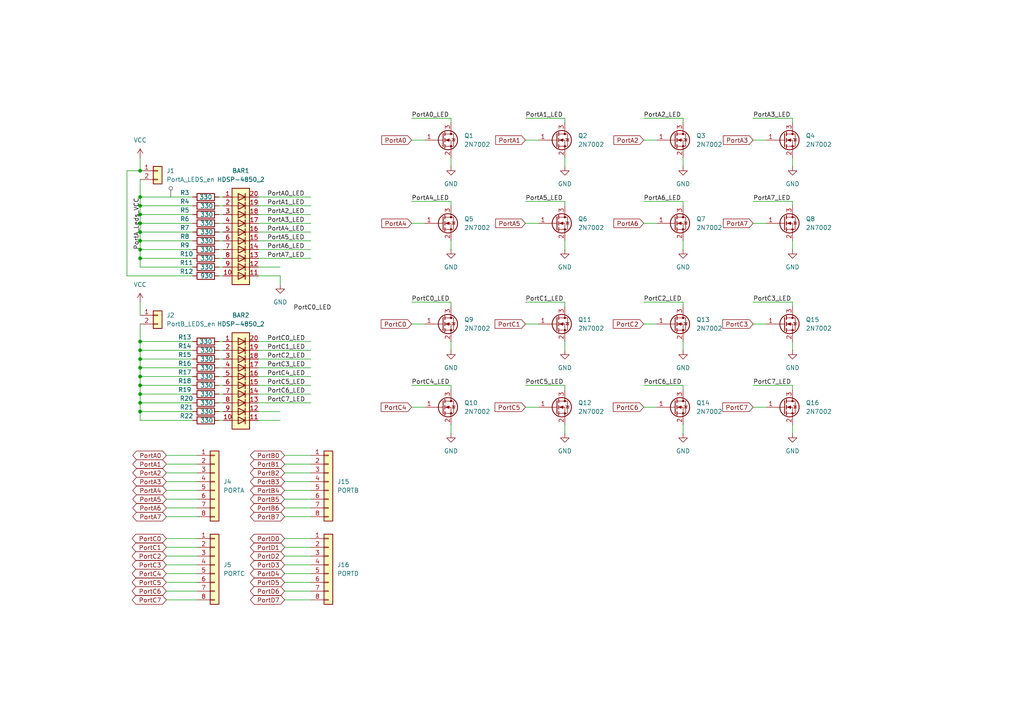
<source format=kicad_sch>
(kicad_sch (version 20231120) (generator "eeschema") (generator_version "8.0")
  (paper "A4")
  (lib_symbols
    (symbol "Connector_Generic:Conn_01x02" (pin_names (offset 1.016) hide)
      (property "Reference" "J" (at 0 2.54 0))
      (property "Value" "Conn_01x02" (at 0 -5.08 0))
      (symbol "Conn_01x02_1_1"
        (rectangle (start -1.27 -2.413) (end 0 -2.667) (stroke (width 0.1524)))
        (rectangle (start -1.27 0.127) (end 0 -0.127) (stroke (width 0.1524)))
        (rectangle (start -1.27 1.27) (end 1.27 -3.81) (stroke (width 0.254)) (fill (type background)))
        (pin passive line (at -5.08 0 0) (length 3.81) (name "Pin_1") (number "1"))
        (pin passive line (at -5.08 -2.54 0) (length 3.81) (name "Pin_2") (number "2"))
      )
    )
    (symbol "Connector_Generic:Conn_01x08" (pin_names (offset 1.016) hide)
      (property "Reference" "J" (at 0 10.16 0))
      (property "Value" "Conn_01x08" (at 0 -12.7 0))
      (symbol "Conn_01x08_1_1"
        (rectangle (start -1.27 -10.033) (end 0 -10.287) (stroke (width 0.1524)))
        (rectangle (start -1.27 -7.493) (end 0 -7.747) (stroke (width 0.1524)))
        (rectangle (start -1.27 -4.953) (end 0 -5.207) (stroke (width 0.1524)))
        (rectangle (start -1.27 -2.413) (end 0 -2.667) (stroke (width 0.1524)))
        (rectangle (start -1.27 0.127) (end 0 -0.127) (stroke (width 0.1524)))
        (rectangle (start -1.27 2.667) (end 0 2.413) (stroke (width 0.1524)))
        (rectangle (start -1.27 5.207) (end 0 4.953) (stroke (width 0.1524)))
        (rectangle (start -1.27 7.747) (end 0 7.493) (stroke (width 0.1524)))
        (rectangle (start -1.27 8.89) (end 1.27 -11.43) (stroke (width 0.254)) (fill (type background)))
        (pin passive line (at -5.08 7.62 0) (length 3.81) (name "Pin_1") (number "1"))
        (pin passive line (at -5.08 5.08 0) (length 3.81) (name "Pin_2") (number "2"))
        (pin passive line (at -5.08 2.54 0) (length 3.81) (name "Pin_3") (number "3"))
        (pin passive line (at -5.08 0 0) (length 3.81) (name "Pin_4") (number "4"))
        (pin passive line (at -5.08 -2.54 0) (length 3.81) (name "Pin_5") (number "5"))
        (pin passive line (at -5.08 -5.08 0) (length 3.81) (name "Pin_6") (number "6"))
        (pin passive line (at -5.08 -7.62 0) (length 3.81) (name "Pin_7") (number "7"))
        (pin passive line (at -5.08 -10.16 0) (length 3.81) (name "Pin_8") (number "8"))
      )
    )
    (symbol "Device:R" (pin_numbers hide) (pin_names (offset 0))
      (property "Reference" "R" (at 2.032 0 90))
      (property "Value" "R" (at 0 0 90))
      (symbol "R_0_1"
        (rectangle (start -1.016 -2.54) (end 1.016 2.54) (stroke (width 0.254)))
      )
      (symbol "R_1_1"
        (pin passive line (at 0 3.81 270) (length 1.27) (name "~") (number "1"))
        (pin passive line (at 0 -3.81 90) (length 1.27) (name "~") (number "2"))
      )
    )
    (symbol "LED:HDSP-4850_2" (pin_names (offset 1.016) hide)
      (property "Reference" "BAR" (at 0 15.24 0))
      (property "Value" "HDSP-4850_2" (at 0 -17.78 0))
      (symbol "HDSP-4850_2_0_1"
        (rectangle (start -2.54 12.7) (end 2.54 -15.24) (stroke (width 0.254)) (fill (type background)))
        (polyline (pts (xy -2.54 -12.7) (xy 2.54 -12.7)))
        (polyline (pts (xy -2.54 -10.16) (xy 2.54 -10.16)))
        (polyline (pts (xy -2.54 -7.62) (xy 2.54 -7.62)))
        (polyline (pts (xy -2.54 -5.08) (xy 2.54 -5.08)))
        (polyline (pts (xy -2.54 0) (xy 2.54 0)))
        (polyline (pts (xy -2.54 5.08) (xy 2.54 5.08)))
        (polyline (pts (xy -2.54 7.62) (xy 2.54 7.62)))
        (polyline (pts (xy -2.54 10.16) (xy 2.54 10.16)))
        (polyline (pts (xy 1.27 -11.684) (xy 1.27 -13.716)) (stroke (width 0.254)))
        (polyline (pts (xy 1.27 -9.144) (xy 1.27 -11.176)) (stroke (width 0.254)))
        (polyline (pts (xy 1.27 -6.604) (xy 1.27 -8.636)) (stroke (width 0.254)))
        (polyline (pts (xy 1.27 -4.064) (xy 1.27 -6.096)) (stroke (width 0.254)))
        (polyline (pts (xy 1.27 -1.524) (xy 1.27 -3.556)) (stroke (width 0.254)))
        (polyline (pts (xy 1.27 1.016) (xy 1.27 -1.016)) (stroke (width 0.254)))
        (polyline (pts (xy 1.27 3.556) (xy 1.27 1.524)) (stroke (width 0.254)))
        (polyline (pts (xy 1.27 6.096) (xy 1.27 4.064)) (stroke (width 0.254)))
        (polyline (pts (xy 1.27 8.636) (xy 1.27 6.604)) (stroke (width 0.254)))
        (polyline (pts (xy 1.27 11.176) (xy 1.27 9.144)) (stroke (width 0.254)))
        (polyline (pts (xy 2.54 -2.54) (xy -2.54 -2.54)))
        (polyline (pts (xy 2.54 2.54) (xy -2.54 2.54)))
        (polyline (pts (xy -0.762 -11.684) (xy -0.762 -13.716) (xy 1.27 -12.7) (xy -0.762 -11.684)) (stroke (width 0.254)))
        (polyline (pts (xy -0.762 -9.144) (xy -0.762 -11.176) (xy 1.27 -10.16) (xy -0.762 -9.144)) (stroke (width 0.254)))
        (polyline (pts (xy -0.762 -6.604) (xy -0.762 -8.636) (xy 1.27 -7.62) (xy -0.762 -6.604)) (stroke (width 0.254)))
        (polyline (pts (xy -0.762 -4.064) (xy -0.762 -6.096) (xy 1.27 -5.08) (xy -0.762 -4.064)) (stroke (width 0.254)))
        (polyline (pts (xy -0.762 -1.524) (xy -0.762 -3.556) (xy 1.27 -2.54) (xy -0.762 -1.524)) (stroke (width 0.254)))
        (polyline (pts (xy -0.762 1.016) (xy -0.762 -1.016) (xy 1.27 0) (xy -0.762 1.016)) (stroke (width 0.254)))
        (polyline (pts (xy -0.762 3.556) (xy -0.762 1.524) (xy 1.27 2.54) (xy -0.762 3.556)) (stroke (width 0.254)))
        (polyline (pts (xy -0.762 6.096) (xy -0.762 4.064) (xy 1.27 5.08) (xy -0.762 6.096)) (stroke (width 0.254)))
        (polyline (pts (xy -0.762 8.636) (xy -0.762 6.604) (xy 1.27 7.62) (xy -0.762 8.636)) (stroke (width 0.254)))
        (polyline (pts (xy -0.762 11.176) (xy -0.762 9.144) (xy 1.27 10.16) (xy -0.762 11.176)) (stroke (width 0.254)))
      )
      (symbol "HDSP-4850_2_1_1"
        (pin passive line (at -5.08 10.16 0) (length 2.54) (name "A") (number "1"))
        (pin passive line (at -5.08 -12.7 0) (length 2.54) (name "A") (number "10"))
        (pin passive line (at 5.08 -12.7 180) (length 2.54) (name "K") (number "11"))
        (pin passive line (at 5.08 -10.16 180) (length 2.54) (name "K") (number "12"))
        (pin passive line (at 5.08 -7.62 180) (length 2.54) (name "K") (number "13"))
        (pin passive line (at 5.08 -5.08 180) (length 2.54) (name "K") (number "14"))
        (pin passive line (at 5.08 -2.54 180) (length 2.54) (name "K") (number "15"))
        (pin passive line (at 5.08 0 180) (length 2.54) (name "K") (number "16"))
        (pin passive line (at 5.08 2.54 180) (length 2.54) (name "K") (number "17"))
        (pin passive line (at 5.08 5.08 180) (length 2.54) (name "K") (number "18"))
        (pin passive line (at 5.08 7.62 180) (length 2.54) (name "K") (number "19"))
        (pin passive line (at -5.08 7.62 0) (length 2.54) (name "A") (number "2"))
        (pin passive line (at 5.08 10.16 180) (length 2.54) (name "K") (number "20"))
        (pin passive line (at -5.08 5.08 0) (length 2.54) (name "A") (number "3"))
        (pin passive line (at -5.08 2.54 0) (length 2.54) (name "A") (number "4"))
        (pin passive line (at -5.08 0 0) (length 2.54) (name "A") (number "5"))
        (pin passive line (at -5.08 -2.54 0) (length 2.54) (name "A") (number "6"))
        (pin passive line (at -5.08 -5.08 0) (length 2.54) (name "A") (number "7"))
        (pin passive line (at -5.08 -7.62 0) (length 2.54) (name "A") (number "8"))
        (pin passive line (at -5.08 -10.16 0) (length 2.54) (name "A") (number "9"))
      )
    )
    (symbol "Transistor_FET:2N7002" (pin_names hide)
      (property "Reference" "Q" (at 5.08 1.905 0))
      (property "Value" "2N7002" (at 5.08 0 0))
      (symbol "2N7002_0_1"
        (polyline (pts (xy 0.254 0) (xy -2.54 0)))
        (polyline (pts (xy 0.254 1.905) (xy 0.254 -1.905)) (stroke (width 0.254)))
        (polyline (pts (xy 0.762 -1.27) (xy 0.762 -2.286)) (stroke (width 0.254)))
        (polyline (pts (xy 0.762 0.508) (xy 0.762 -0.508)) (stroke (width 0.254)))
        (polyline (pts (xy 0.762 2.286) (xy 0.762 1.27)) (stroke (width 0.254)))
        (polyline (pts (xy 2.54 2.54) (xy 2.54 1.778)))
        (polyline (pts (xy 2.54 -2.54) (xy 2.54 0) (xy 0.762 0)))
        (polyline (pts (xy 0.762 -1.778) (xy 3.302 -1.778) (xy 3.302 1.778) (xy 0.762 1.778)))
        (polyline (pts (xy 1.016 0) (xy 2.032 0.381) (xy 2.032 -0.381) (xy 1.016 0)) (fill (type outline)))
        (polyline (pts (xy 2.794 0.508) (xy 2.921 0.381) (xy 3.683 0.381) (xy 3.81 0.254)))
        (polyline (pts (xy 3.302 0.381) (xy 2.921 -0.254) (xy 3.683 -0.254) (xy 3.302 0.381)))
        (circle (center 1.651 0) (radius 2.794) (stroke (width 0.254)))
        (circle (center 2.54 -1.778) (radius 0.254) (fill (type outline)))
        (circle (center 2.54 1.778) (radius 0.254) (fill (type outline)))
      )
      (symbol "2N7002_1_1"
        (pin input line (at -5.08 0 0) (length 2.54) (name "G") (number "1"))
        (pin passive line (at 2.54 -5.08 90) (length 2.54) (name "S") (number "2"))
        (pin passive line (at 2.54 5.08 270) (length 2.54) (name "D") (number "3"))
      )
    )
    (symbol "power:GND" (power) (pin_numbers hide) (pin_names (offset 0) hide)
      (property "Value" "GND" (at 0 -3.81 0))
      (symbol "GND_0_1"
        (polyline (pts (xy 0 0) (xy 0 -1.27) (xy 1.27 -1.27) (xy 0 -2.54) (xy -1.27 -1.27) (xy 0 -1.27)))
      )
      (symbol "GND_1_1"
        (pin power_in line (at 0 0 270) (length 0) (name "~") (number "1"))
      )
    )
    (symbol "power:VCC" (power) (pin_numbers hide) (pin_names (offset 0) hide)
      (property "Value" "VCC" (at 0 3.556 0))
      (symbol "VCC_0_1"
        (polyline (pts (xy -0.762 1.27) (xy 0 2.54)))
        (polyline (pts (xy 0 0) (xy 0 2.54)))
        (polyline (pts (xy 0 2.54) (xy 0.762 1.27)))
      )
      (symbol "VCC_1_1"
        (pin power_in line (at 0 0 90) (length 0) (name "~") (number "1"))
      )
    )
  )
  (junction (at 40.64 72.39))
  (junction (at 40.64 74.93))
  (junction (at 40.64 101.6))
  (junction (at 40.64 119.38))
  (junction (at 40.64 69.85))
  (junction (at 40.64 49.53))
  (junction (at 40.64 114.3))
  (junction (at 40.64 111.76))
  (junction (at 40.64 62.23))
  (junction (at 40.64 104.14))
  (junction (at 40.64 109.22))
  (junction (at 40.64 106.68))
  (junction (at 40.64 116.84))
  (junction (at 40.64 64.77))
  (junction (at 40.64 67.31))
  (junction (at 40.64 59.69))
  (junction (at 40.64 99.06))
  (junction (at 40.64 57.15))
  (wire (pts (xy 40.64 74.93) (xy 40.64 77.47)))
  (wire (pts (xy 40.64 106.68) (xy 40.64 109.22)))
  (wire (pts (xy 74.93 121.92) (xy 81.28 121.92)))
  (wire (pts (xy 40.64 101.6) (xy 55.88 101.6)))
  (wire (pts (xy 40.64 72.39) (xy 55.88 72.39)))
  (wire (pts (xy 152.4 93.98) (xy 156.21 93.98)))
  (wire (pts (xy 163.83 99.06) (xy 163.83 101.6)))
  (wire (pts (xy 130.81 45.72) (xy 130.81 48.26)))
  (wire (pts (xy 119.38 64.77) (xy 123.19 64.77)))
  (wire (pts (xy 74.93 119.38) (xy 81.28 119.38)))
  (wire (pts (xy 74.93 72.39) (xy 90.17 72.39)))
  (wire (pts (xy 40.64 111.76) (xy 55.88 111.76)))
  (wire (pts (xy 74.93 64.77) (xy 90.17 64.77)))
  (wire (pts (xy 63.5 57.15) (xy 64.77 57.15)))
  (wire (pts (xy 218.44 93.98) (xy 222.25 93.98)))
  (wire (pts (xy 163.83 59.69) (xy 163.83 58.42)))
  (wire (pts (xy 218.44 118.11) (xy 222.25 118.11)))
  (wire (pts (xy 40.64 114.3) (xy 40.64 116.84)))
  (wire (pts (xy 40.64 62.23) (xy 40.64 64.77)))
  (wire (pts (xy 48.26 166.37) (xy 57.15 166.37)))
  (wire (pts (xy 82.55 173.99) (xy 90.17 173.99)))
  (wire (pts (xy 130.81 123.19) (xy 130.81 125.73)))
  (wire (pts (xy 82.55 166.37) (xy 90.17 166.37)))
  (wire (pts (xy 36.83 49.53) (xy 40.64 49.53)))
  (wire (pts (xy 119.38 87.63) (xy 130.81 87.63)))
  (wire (pts (xy 48.26 134.62) (xy 57.15 134.62)))
  (wire (pts (xy 82.55 156.21) (xy 90.17 156.21)))
  (wire (pts (xy 40.64 69.85) (xy 40.64 72.39)))
  (wire (pts (xy 40.64 116.84) (xy 40.64 119.38)))
  (wire (pts (xy 152.4 40.64) (xy 156.21 40.64)))
  (wire (pts (xy 48.26 156.21) (xy 57.15 156.21)))
  (wire (pts (xy 40.64 104.14) (xy 55.88 104.14)))
  (wire (pts (xy 48.26 139.7) (xy 57.15 139.7)))
  (wire (pts (xy 119.38 111.76) (xy 130.81 111.76)))
  (wire (pts (xy 186.69 40.64) (xy 190.5 40.64)))
  (wire (pts (xy 186.69 87.63) (xy 198.12 87.63)))
  (wire (pts (xy 40.64 45.72) (xy 40.64 49.53)))
  (wire (pts (xy 82.55 171.45) (xy 90.17 171.45)))
  (wire (pts (xy 40.64 106.68) (xy 55.88 106.68)))
  (wire (pts (xy 40.64 74.93) (xy 55.88 74.93)))
  (wire (pts (xy 82.55 139.7) (xy 90.17 139.7)))
  (wire (pts (xy 74.93 114.3) (xy 90.17 114.3)))
  (wire (pts (xy 40.64 99.06) (xy 40.64 101.6)))
  (wire (pts (xy 74.93 116.84) (xy 90.17 116.84)))
  (wire (pts (xy 63.5 106.68) (xy 64.77 106.68)))
  (wire (pts (xy 82.55 168.91) (xy 90.17 168.91)))
  (wire (pts (xy 74.93 67.31) (xy 90.17 67.31)))
  (wire (pts (xy 40.64 119.38) (xy 40.64 121.92)))
  (wire (pts (xy 63.5 74.93) (xy 64.77 74.93)))
  (wire (pts (xy 36.83 80.01) (xy 55.88 80.01)))
  (wire (pts (xy 74.93 101.6) (xy 90.17 101.6)))
  (wire (pts (xy 119.38 34.29) (xy 130.81 34.29)))
  (wire (pts (xy 186.69 64.77) (xy 190.5 64.77)))
  (wire (pts (xy 48.26 144.78) (xy 57.15 144.78)))
  (wire (pts (xy 82.55 161.29) (xy 90.17 161.29)))
  (wire (pts (xy 48.26 171.45) (xy 57.15 171.45)))
  (wire (pts (xy 82.55 137.16) (xy 90.17 137.16)))
  (wire (pts (xy 130.81 59.69) (xy 130.81 58.42)))
  (wire (pts (xy 40.64 101.6) (xy 40.64 104.14)))
  (wire (pts (xy 48.26 158.75) (xy 57.15 158.75)))
  (wire (pts (xy 40.64 121.92) (xy 55.88 121.92)))
  (wire (pts (xy 163.83 88.9) (xy 163.83 87.63)))
  (wire (pts (xy 198.12 45.72) (xy 198.12 48.26)))
  (wire (pts (xy 63.5 119.38) (xy 64.77 119.38)))
  (wire (pts (xy 48.26 163.83) (xy 57.15 163.83)))
  (wire (pts (xy 40.64 114.3) (xy 55.88 114.3)))
  (wire (pts (xy 218.44 87.63) (xy 229.87 87.63)))
  (wire (pts (xy 63.5 104.14) (xy 64.77 104.14)))
  (wire (pts (xy 130.81 99.06) (xy 130.81 101.6)))
  (wire (pts (xy 63.5 59.69) (xy 64.77 59.69)))
  (wire (pts (xy 82.55 149.86) (xy 90.17 149.86)))
  (wire (pts (xy 198.12 99.06) (xy 198.12 101.6)))
  (wire (pts (xy 81.28 80.01) (xy 81.28 82.55)))
  (wire (pts (xy 40.64 93.98) (xy 40.64 99.06)))
  (wire (pts (xy 198.12 113.03) (xy 198.12 111.76)))
  (wire (pts (xy 63.5 72.39) (xy 64.77 72.39)))
  (wire (pts (xy 229.87 59.69) (xy 229.87 58.42)))
  (wire (pts (xy 130.81 69.85) (xy 130.81 72.39)))
  (wire (pts (xy 198.12 88.9) (xy 198.12 87.63)))
  (wire (pts (xy 48.26 142.24) (xy 57.15 142.24)))
  (wire (pts (xy 74.93 106.68) (xy 90.17 106.68)))
  (wire (pts (xy 40.64 62.23) (xy 55.88 62.23)))
  (wire (pts (xy 63.5 64.77) (xy 64.77 64.77)))
  (wire (pts (xy 130.81 88.9) (xy 130.81 87.63)))
  (wire (pts (xy 40.64 72.39) (xy 40.64 74.93)))
  (wire (pts (xy 152.4 87.63) (xy 163.83 87.63)))
  (wire (pts (xy 40.64 59.69) (xy 40.64 62.23)))
  (wire (pts (xy 152.4 64.77) (xy 156.21 64.77)))
  (wire (pts (xy 74.93 109.22) (xy 90.17 109.22)))
  (wire (pts (xy 74.93 57.15) (xy 90.17 57.15)))
  (wire (pts (xy 63.5 62.23) (xy 64.77 62.23)))
  (wire (pts (xy 40.64 119.38) (xy 55.88 119.38)))
  (wire (pts (xy 186.69 93.98) (xy 190.5 93.98)))
  (wire (pts (xy 74.93 77.47) (xy 81.28 77.47)))
  (wire (pts (xy 74.93 80.01) (xy 81.28 80.01)))
  (wire (pts (xy 63.5 109.22) (xy 64.77 109.22)))
  (wire (pts (xy 119.38 118.11) (xy 123.19 118.11)))
  (wire (pts (xy 63.5 116.84) (xy 64.77 116.84)))
  (wire (pts (xy 74.93 99.06) (xy 90.17 99.06)))
  (wire (pts (xy 40.64 57.15) (xy 40.64 59.69)))
  (wire (pts (xy 63.5 77.47) (xy 64.77 77.47)))
  (wire (pts (xy 163.83 35.56) (xy 163.83 34.29)))
  (wire (pts (xy 186.69 111.76) (xy 198.12 111.76)))
  (wire (pts (xy 74.93 62.23) (xy 90.17 62.23)))
  (wire (pts (xy 40.64 104.14) (xy 40.64 106.68)))
  (wire (pts (xy 186.69 34.29) (xy 198.12 34.29)))
  (wire (pts (xy 40.64 57.15) (xy 55.88 57.15)))
  (wire (pts (xy 218.44 111.76) (xy 229.87 111.76)))
  (wire (pts (xy 119.38 58.42) (xy 130.81 58.42)))
  (wire (pts (xy 130.81 35.56) (xy 130.81 34.29)))
  (wire (pts (xy 152.4 118.11) (xy 156.21 118.11)))
  (wire (pts (xy 48.26 132.08) (xy 57.15 132.08)))
  (wire (pts (xy 63.5 101.6) (xy 64.77 101.6)))
  (wire (pts (xy 218.44 40.64) (xy 222.25 40.64)))
  (wire (pts (xy 63.5 67.31) (xy 64.77 67.31)))
  (wire (pts (xy 152.4 58.42) (xy 163.83 58.42)))
  (wire (pts (xy 40.64 52.07) (xy 40.64 57.15)))
  (wire (pts (xy 40.64 99.06) (xy 55.88 99.06)))
  (wire (pts (xy 229.87 88.9) (xy 229.87 87.63)))
  (wire (pts (xy 82.55 158.75) (xy 90.17 158.75)))
  (wire (pts (xy 40.64 64.77) (xy 40.64 67.31)))
  (wire (pts (xy 40.64 87.63) (xy 40.64 91.44)))
  (wire (pts (xy 186.69 118.11) (xy 190.5 118.11)))
  (wire (pts (xy 163.83 123.19) (xy 163.83 125.73)))
  (wire (pts (xy 40.64 67.31) (xy 40.64 69.85)))
  (wire (pts (xy 36.83 80.01) (xy 36.83 49.53)))
  (wire (pts (xy 229.87 123.19) (xy 229.87 125.73)))
  (wire (pts (xy 40.64 77.47) (xy 55.88 77.47)))
  (wire (pts (xy 63.5 80.01) (xy 64.77 80.01)))
  (wire (pts (xy 152.4 34.29) (xy 163.83 34.29)))
  (wire (pts (xy 74.93 59.69) (xy 90.17 59.69)))
  (wire (pts (xy 63.5 69.85) (xy 64.77 69.85)))
  (wire (pts (xy 119.38 93.98) (xy 123.19 93.98)))
  (wire (pts (xy 198.12 35.56) (xy 198.12 34.29)))
  (wire (pts (xy 119.38 40.64) (xy 123.19 40.64)))
  (wire (pts (xy 82.55 163.83) (xy 90.17 163.83)))
  (wire (pts (xy 82.55 147.32) (xy 90.17 147.32)))
  (wire (pts (xy 63.5 111.76) (xy 64.77 111.76)))
  (wire (pts (xy 82.55 144.78) (xy 90.17 144.78)))
  (wire (pts (xy 48.26 161.29) (xy 57.15 161.29)))
  (wire (pts (xy 40.64 116.84) (xy 55.88 116.84)))
  (wire (pts (xy 74.93 69.85) (xy 90.17 69.85)))
  (wire (pts (xy 82.55 132.08) (xy 90.17 132.08)))
  (wire (pts (xy 198.12 123.19) (xy 198.12 125.73)))
  (wire (pts (xy 63.5 121.92) (xy 64.77 121.92)))
  (wire (pts (xy 229.87 113.03) (xy 229.87 111.76)))
  (wire (pts (xy 40.64 111.76) (xy 40.64 114.3)))
  (wire (pts (xy 63.5 99.06) (xy 64.77 99.06)))
  (wire (pts (xy 186.69 58.42) (xy 198.12 58.42)))
  (wire (pts (xy 218.44 58.42) (xy 229.87 58.42)))
  (wire (pts (xy 198.12 69.85) (xy 198.12 72.39)))
  (wire (pts (xy 229.87 45.72) (xy 229.87 48.26)))
  (wire (pts (xy 40.64 109.22) (xy 55.88 109.22)))
  (wire (pts (xy 229.87 35.56) (xy 229.87 34.29)))
  (wire (pts (xy 163.83 69.85) (xy 163.83 72.39)))
  (wire (pts (xy 130.81 113.03) (xy 130.81 111.76)))
  (wire (pts (xy 82.55 134.62) (xy 90.17 134.62)))
  (wire (pts (xy 218.44 64.77) (xy 222.25 64.77)))
  (wire (pts (xy 74.93 74.93) (xy 90.17 74.93)))
  (wire (pts (xy 163.83 113.03) (xy 163.83 111.76)))
  (wire (pts (xy 163.83 45.72) (xy 163.83 48.26)))
  (wire (pts (xy 40.64 67.31) (xy 55.88 67.31)))
  (wire (pts (xy 48.26 149.86) (xy 57.15 149.86)))
  (wire (pts (xy 40.64 109.22) (xy 40.64 111.76)))
  (wire (pts (xy 229.87 69.85) (xy 229.87 72.39)))
  (wire (pts (xy 48.26 168.91) (xy 57.15 168.91)))
  (wire (pts (xy 48.26 137.16) (xy 57.15 137.16)))
  (wire (pts (xy 198.12 59.69) (xy 198.12 58.42)))
  (wire (pts (xy 40.64 64.77) (xy 55.88 64.77)))
  (wire (pts (xy 48.26 173.99) (xy 57.15 173.99)))
  (wire (pts (xy 48.26 147.32) (xy 57.15 147.32)))
  (wire (pts (xy 74.93 111.76) (xy 90.17 111.76)))
  (wire (pts (xy 74.93 104.14) (xy 90.17 104.14)))
  (wire (pts (xy 82.55 142.24) (xy 90.17 142.24)))
  (wire (pts (xy 218.44 34.29) (xy 229.87 34.29)))
  (wire (pts (xy 63.5 114.3) (xy 64.77 114.3)))
  (wire (pts (xy 40.64 69.85) (xy 55.88 69.85)))
  (wire (pts (xy 152.4 111.76) (xy 163.83 111.76)))
  (wire (pts (xy 229.87 99.06) (xy 229.87 101.6)))
  (wire (pts (xy 40.64 59.69) (xy 55.88 59.69)))
  (label "PortC0_LED" (at 85.09 90.17 0))
  (label "PortC0_LED" (at 119.38 87.63 0))
  (label "PortA_Leds_VCC" (at 40.64 72.39 90))
  (label "PortC6_LED" (at 186.69 111.76 0))
  (label "PortC2_LED" (at 186.69 87.63 0))
  (label "PortC7_LED" (at 218.44 111.76 0))
  (label "PortC5_LED" (at 152.4 111.76 0))
  (label "PortC3_LED" (at 77.47 106.68 0))
  (label "PortA1_LED" (at 77.47 59.69 0))
  (label "PortA5_LED" (at 152.4 58.42 0))
  (label "PortA2_LED" (at 186.69 34.29 0))
  (label "PortA4_LED" (at 77.47 67.31 0))
  (label "PortA6_LED" (at 186.69 58.42 0))
  (label "PortC0_LED" (at 77.47 99.06 0))
  (label "PortA2_LED" (at 77.47 62.23 0))
  (label "PortA3_LED" (at 218.44 34.29 0))
  (label "PortA5_LED" (at 77.47 69.85 0))
  (label "PortA0_LED" (at 77.47 57.15 0))
  (label "PortA4_LED" (at 119.38 58.42 0))
  (label "PortA1_LED" (at 152.4 34.29 0))
  (label "PortC4_LED" (at 77.47 109.22 0))
  (label "PortC2_LED" (at 77.47 104.14 0))
  (label "PortC1_LED" (at 152.4 87.63 0))
  (label "PortA7_LED" (at 218.44 58.42 0))
  (label "PortA3_LED" (at 77.47 64.77 0))
  (label "PortC1_LED" (at 77.47 101.6 0))
  (label "PortC3_LED" (at 218.44 87.63 0))
  (label "PortC5_LED" (at 77.47 111.76 0))
  (label "PortC4_LED" (at 119.38 111.76 0))
  (label "PortA7_LED" (at 77.47 74.93 0))
  (label "PortC7_LED" (at 77.47 116.84 0))
  (label "PortA6_LED" (at 77.47 72.39 0))
  (label "PortC6_LED" (at 77.47 114.3 0))
  (label "PortA0_LED" (at 119.38 34.29 0))
  (global_label "PortB1" (shape bidirectional) (at 82.55 134.62 180) (property "Intersheetrefs" "${INTERSHEET_REFS}" (effects (hide yes))))
  (global_label "PortA0" (shape bidirectional) (at 48.26 132.08 180) (property "Intersheetrefs" "${INTERSHEET_REFS}" (effects (hide yes))))
  (global_label "PortB3" (shape bidirectional) (at 82.55 139.7 180) (property "Intersheetrefs" "${INTERSHEET_REFS}" (effects (hide yes))))
  (global_label "PortC6" (shape bidirectional) (at 48.26 171.45 180) (property "Intersheetrefs" "${INTERSHEET_REFS}" (effects (hide yes))))
  (global_label "PortA6" (shape input) (at 186.69 64.77 180) (property "Intersheetrefs" "${INTERSHEET_REFS}" (effects (hide yes))))
  (global_label "PortB4" (shape bidirectional) (at 82.55 142.24 180) (property "Intersheetrefs" "${INTERSHEET_REFS}" (effects (hide yes))))
  (global_label "PortB6" (shape bidirectional) (at 82.55 147.32 180) (property "Intersheetrefs" "${INTERSHEET_REFS}" (effects (hide yes))))
  (global_label "PortA2" (shape bidirectional) (at 48.26 137.16 180) (property "Intersheetrefs" "${INTERSHEET_REFS}" (effects (hide yes))))
  (global_label "PortC1" (shape input) (at 152.4 93.98 180) (property "Intersheetrefs" "${INTERSHEET_REFS}" (effects (hide yes))))
  (global_label "PortD4" (shape bidirectional) (at 82.55 166.37 180) (property "Intersheetrefs" "${INTERSHEET_REFS}" (effects (hide yes))))
  (global_label "PortA3" (shape input) (at 218.44 40.64 180) (property "Intersheetrefs" "${INTERSHEET_REFS}" (effects (hide yes))))
  (global_label "PortD6" (shape bidirectional) (at 82.55 171.45 180) (property "Intersheetrefs" "${INTERSHEET_REFS}" (effects (hide yes))))
  (global_label "PortC3" (shape bidirectional) (at 48.26 163.83 180) (property "Intersheetrefs" "${INTERSHEET_REFS}" (effects (hide yes))))
  (global_label "PortA1" (shape bidirectional) (at 48.26 134.62 180) (property "Intersheetrefs" "${INTERSHEET_REFS}" (effects (hide yes))))
  (global_label "PortB7" (shape bidirectional) (at 82.55 149.86 180) (property "Intersheetrefs" "${INTERSHEET_REFS}" (effects (hide yes))))
  (global_label "PortA7" (shape input) (at 218.44 64.77 180) (property "Intersheetrefs" "${INTERSHEET_REFS}" (effects (hide yes))))
  (global_label "PortA4" (shape input) (at 119.38 64.77 180) (property "Intersheetrefs" "${INTERSHEET_REFS}" (effects (hide yes))))
  (global_label "PortC0" (shape input) (at 119.38 93.98 180) (property "Intersheetrefs" "${INTERSHEET_REFS}" (effects (hide yes))))
  (global_label "PortD7" (shape bidirectional) (at 82.55 173.99 180) (property "Intersheetrefs" "${INTERSHEET_REFS}" (effects (hide yes))))
  (global_label "PortA2" (shape input) (at 186.69 40.64 180) (property "Intersheetrefs" "${INTERSHEET_REFS}" (effects (hide yes))))
  (global_label "PortC7" (shape input) (at 218.44 118.11 180) (property "Intersheetrefs" "${INTERSHEET_REFS}" (effects (hide yes))))
  (global_label "PortD3" (shape bidirectional) (at 82.55 163.83 180) (property "Intersheetrefs" "${INTERSHEET_REFS}" (effects (hide yes))))
  (global_label "PortC7" (shape bidirectional) (at 48.26 173.99 180) (property "Intersheetrefs" "${INTERSHEET_REFS}" (effects (hide yes))))
  (global_label "PortC4" (shape input) (at 119.38 118.11 180) (property "Intersheetrefs" "${INTERSHEET_REFS}" (effects (hide yes))))
  (global_label "PortA3" (shape bidirectional) (at 48.26 139.7 180) (property "Intersheetrefs" "${INTERSHEET_REFS}" (effects (hide yes))))
  (global_label "PortB5" (shape bidirectional) (at 82.55 144.78 180) (property "Intersheetrefs" "${INTERSHEET_REFS}" (effects (hide yes))))
  (global_label "PortD0" (shape bidirectional) (at 82.55 156.21 180) (property "Intersheetrefs" "${INTERSHEET_REFS}" (effects (hide yes))))
  (global_label "PortA0" (shape input) (at 119.38 40.64 180) (property "Intersheetrefs" "${INTERSHEET_REFS}" (effects (hide yes))))
  (global_label "PortA1" (shape input) (at 152.4 40.64 180) (property "Intersheetrefs" "${INTERSHEET_REFS}" (effects (hide yes))))
  (global_label "PortC2" (shape input) (at 186.69 93.98 180) (property "Intersheetrefs" "${INTERSHEET_REFS}" (effects (hide yes))))
  (global_label "PortA6" (shape bidirectional) (at 48.26 147.32 180) (property "Intersheetrefs" "${INTERSHEET_REFS}" (effects (hide yes))))
  (global_label "PortA5" (shape input) (at 152.4 64.77 180) (property "Intersheetrefs" "${INTERSHEET_REFS}" (effects (hide yes))))
  (global_label "PortC2" (shape bidirectional) (at 48.26 161.29 180) (property "Intersheetrefs" "${INTERSHEET_REFS}" (effects (hide yes))))
  (global_label "PortB0" (shape bidirectional) (at 82.55 132.08 180) (property "Intersheetrefs" "${INTERSHEET_REFS}" (effects (hide yes))))
  (global_label "PortA4" (shape bidirectional) (at 48.26 142.24 180) (property "Intersheetrefs" "${INTERSHEET_REFS}" (effects (hide yes))))
  (global_label "PortC5" (shape input) (at 152.4 118.11 180) (property "Intersheetrefs" "${INTERSHEET_REFS}" (effects (hide yes))))
  (global_label "PortA5" (shape bidirectional) (at 48.26 144.78 180) (property "Intersheetrefs" "${INTERSHEET_REFS}" (effects (hide yes))))
  (global_label "PortB2" (shape bidirectional) (at 82.55 137.16 180) (property "Intersheetrefs" "${INTERSHEET_REFS}" (effects (hide yes))))
  (global_label "PortD1" (shape bidirectional) (at 82.55 158.75 180) (property "Intersheetrefs" "${INTERSHEET_REFS}" (effects (hide yes))))
  (global_label "PortC4" (shape bidirectional) (at 48.26 166.37 180) (property "Intersheetrefs" "${INTERSHEET_REFS}" (effects (hide yes))))
  (global_label "PortC3" (shape input) (at 218.44 93.98 180) (property "Intersheetrefs" "${INTERSHEET_REFS}" (effects (hide yes))))
  (global_label "PortC6" (shape input) (at 186.69 118.11 180) (property "Intersheetrefs" "${INTERSHEET_REFS}" (effects (hide yes))))
  (global_label "PortC0" (shape bidirectional) (at 48.26 156.21 180) (property "Intersheetrefs" "${INTERSHEET_REFS}" (effects (hide yes))))
  (global_label "PortD2" (shape bidirectional) (at 82.55 161.29 180) (property "Intersheetrefs" "${INTERSHEET_REFS}" (effects (hide yes))))
  (global_label "PortC1" (shape bidirectional) (at 48.26 158.75 180) (property "Intersheetrefs" "${INTERSHEET_REFS}" (effects (hide yes))))
  (global_label "PortC5" (shape bidirectional) (at 48.26 168.91 180) (property "Intersheetrefs" "${INTERSHEET_REFS}" (effects (hide yes))))
  (global_label "PortD5" (shape bidirectional) (at 82.55 168.91 180) (property "Intersheetrefs" "${INTERSHEET_REFS}" (effects (hide yes))))
  (global_label "PortA7" (shape bidirectional) (at 48.26 149.86 180) (property "Intersheetrefs" "${INTERSHEET_REFS}" (effects (hide yes))))
  (netclass_flag "" (length 2.54) (shape round) (at 49.53 57.15 0))
  (symbol (lib_id "power:VCC") (at 40.64 87.63 0) (unit 1)
    (property "Reference" "#PWR031" (effects (hide yes)))
    (property "Value" "VCC" (at 40.64 82.55 0))
    (property "Description" "Power symbol creates a global label with name \"VCC\"" (effects (hide yes)))
  )
  (symbol (lib_id "Transistor_FET:2N7002") (at 161.29 93.98 0) (unit 1)
    (property "Reference" "Q11" (at 167.64 92.7099 0) (effects (justify left)))
    (property "Value" "2N7002" (at 167.64 95.2499 0) (effects (justify left)))
    (property "Footprint" "Package_TO_SOT_SMD:SOT-23" (effects (hide yes)))
    (property "Datasheet" "https://www.onsemi.com/pub/Collateral/NDS7002A-D.PDF" (effects (hide yes)))
    (property "Description" "0.115A Id, 60V Vds, N-Channel MOSFET, SOT-23" (effects (hide yes)))
  )
  (symbol (lib_id "Transistor_FET:2N7002") (at 195.58 93.98 0) (unit 1)
    (property "Reference" "Q13" (at 201.93 92.7099 0) (effects (justify left)))
    (property "Value" "2N7002" (at 201.93 95.2499 0) (effects (justify left)))
    (property "Footprint" "Package_TO_SOT_SMD:SOT-23" (effects (hide yes)))
    (property "Datasheet" "https://www.onsemi.com/pub/Collateral/NDS7002A-D.PDF" (effects (hide yes)))
    (property "Description" "0.115A Id, 60V Vds, N-Channel MOSFET, SOT-23" (effects (hide yes)))
  )
  (symbol (lib_id "Device:R") (at 59.69 99.06 90) (unit 1)
    (property "Reference" "R13" (at 53.594 97.79 90))
    (property "Value" "330" (at 59.69 99.06 90))
    (property "Footprint" "Capacitor_SMD:C_0805_2012Metric_Pad1.18x1.45mm_HandSolder" (effects (hide yes)))
    (property "Description" "Resistor" (effects (hide yes)))
  )
  (symbol (lib_id "Connector_Generic:Conn_01x08") (at 95.25 163.83 0) (unit 1)
    (property "Reference" "J16" (at 97.79 163.8299 0) (effects (justify left)))
    (property "Value" "PORTD" (at 97.79 166.3699 0) (effects (justify left)))
    (property "Footprint" "Connector_PinHeader_2.54mm:PinHeader_1x08_P2.54mm_Vertical" (effects (hide yes)))
    (property "Description" "Generic connector, single row, 01x08, script generated (kicad-library-utils/schlib/autogen/connector/)" (effects (hide yes)))
  )
  (symbol (lib_id "power:GND") (at 229.87 101.6 0) (unit 1)
    (property "Reference" "#PWR038" (effects (hide yes)))
    (property "Value" "GND" (at 229.87 106.68 0))
    (property "Description" "Power symbol creates a global label with name \"GND\" , ground" (effects (hide yes)))
  )
  (symbol (lib_id "power:GND") (at 81.28 82.55 0) (unit 1)
    (property "Reference" "#PWR020" (effects (hide yes)))
    (property "Value" "GND" (at 81.28 87.63 0))
    (property "Description" "Power symbol creates a global label with name \"GND\" , ground" (effects (hide yes)))
  )
  (symbol (lib_id "power:VCC") (at 40.64 45.72 0) (unit 1)
    (property "Reference" "#PWR022" (effects (hide yes)))
    (property "Value" "VCC" (at 40.64 40.64 0))
    (property "Description" "Power symbol creates a global label with name \"VCC\"" (effects (hide yes)))
  )
  (symbol (lib_id "Device:R") (at 59.69 57.15 90) (unit 1)
    (property "Reference" "R3" (at 53.594 55.88 90))
    (property "Value" "330" (at 59.69 57.15 90))
    (property "Footprint" "Capacitor_SMD:C_0805_2012Metric_Pad1.18x1.45mm_HandSolder" (effects (hide yes)))
    (property "Description" "Resistor" (effects (hide yes)))
  )
  (symbol (lib_id "Device:R") (at 59.69 116.84 90) (unit 1)
    (property "Reference" "R20" (at 54.102 115.57 90))
    (property "Value" "330" (at 59.944 116.84 90))
    (property "Footprint" "Capacitor_SMD:C_0805_2012Metric_Pad1.18x1.45mm_HandSolder" (effects (hide yes)))
    (property "Description" "Resistor" (effects (hide yes)))
  )
  (symbol (lib_id "power:GND") (at 130.81 48.26 0) (unit 1)
    (property "Reference" "#PWR023" (effects (hide yes)))
    (property "Value" "GND" (at 130.81 53.34 0))
    (property "Description" "Power symbol creates a global label with name \"GND\" , ground" (effects (hide yes)))
  )
  (symbol (lib_id "Transistor_FET:2N7002") (at 195.58 118.11 0) (unit 1)
    (property "Reference" "Q14" (at 201.93 116.8399 0) (effects (justify left)))
    (property "Value" "2N7002" (at 201.93 119.3799 0) (effects (justify left)))
    (property "Footprint" "Package_TO_SOT_SMD:SOT-23" (effects (hide yes)))
    (property "Datasheet" "https://www.onsemi.com/pub/Collateral/NDS7002A-D.PDF" (effects (hide yes)))
    (property "Description" "0.115A Id, 60V Vds, N-Channel MOSFET, SOT-23" (effects (hide yes)))
  )
  (symbol (lib_id "Device:R") (at 59.69 109.22 90) (unit 1)
    (property "Reference" "R17" (at 53.594 107.95 90))
    (property "Value" "330" (at 59.944 109.22 90))
    (property "Footprint" "Capacitor_SMD:C_0805_2012Metric_Pad1.18x1.45mm_HandSolder" (effects (hide yes)))
    (property "Description" "Resistor" (effects (hide yes)))
  )
  (symbol (lib_id "power:GND") (at 163.83 101.6 0) (unit 1)
    (property "Reference" "#PWR034" (effects (hide yes)))
    (property "Value" "GND" (at 163.83 106.68 0))
    (property "Description" "Power symbol creates a global label with name \"GND\" , ground" (effects (hide yes)))
  )
  (symbol (lib_id "Device:R") (at 59.69 62.23 90) (unit 1)
    (property "Reference" "R5" (at 53.594 60.96 90))
    (property "Value" "330" (at 59.944 62.23 90))
    (property "Footprint" "Capacitor_SMD:C_0805_2012Metric_Pad1.18x1.45mm_HandSolder" (effects (hide yes)))
    (property "Description" "Resistor" (effects (hide yes)))
  )
  (symbol (lib_id "Transistor_FET:2N7002") (at 161.29 64.77 0) (unit 1)
    (property "Reference" "Q6" (at 167.64 63.4999 0) (effects (justify left)))
    (property "Value" "2N7002" (at 167.64 66.0399 0) (effects (justify left)))
    (property "Footprint" "Package_TO_SOT_SMD:SOT-23" (effects (hide yes)))
    (property "Datasheet" "https://www.onsemi.com/pub/Collateral/NDS7002A-D.PDF" (effects (hide yes)))
    (property "Description" "0.115A Id, 60V Vds, N-Channel MOSFET, SOT-23" (effects (hide yes)))
  )
  (symbol (lib_id "Connector_Generic:Conn_01x02") (at 45.72 91.44 0) (unit 1)
    (property "Reference" "J2" (at 48.26 91.4399 0) (effects (justify left)))
    (property "Value" "PortB_LEDS_en" (at 48.26 93.9799 0) (effects (justify left)))
    (property "Footprint" "Connector_PinHeader_2.54mm:PinHeader_1x02_P2.54mm_Vertical" (effects (hide yes)))
    (property "Description" "Generic connector, single row, 01x02, script generated (kicad-library-utils/schlib/autogen/connector/)" (effects (hide yes)))
  )
  (symbol (lib_id "power:GND") (at 163.83 125.73 0) (unit 1)
    (property "Reference" "#PWR035" (effects (hide yes)))
    (property "Value" "GND" (at 163.83 130.81 0))
    (property "Description" "Power symbol creates a global label with name \"GND\" , ground" (effects (hide yes)))
  )
  (symbol (lib_id "Device:R") (at 59.69 59.69 90) (unit 1)
    (property "Reference" "R4" (at 53.594 58.42 90))
    (property "Value" "330" (at 59.944 59.69 90))
    (property "Footprint" "Capacitor_SMD:C_0805_2012Metric_Pad1.18x1.45mm_HandSolder" (effects (hide yes)))
    (property "Description" "Resistor" (effects (hide yes)))
  )
  (symbol (lib_id "Device:R") (at 59.69 121.92 90) (unit 1)
    (property "Reference" "R22" (at 54.102 120.65 90))
    (property "Value" "330" (at 59.944 121.92 90))
    (property "Footprint" "Capacitor_SMD:C_0805_2012Metric_Pad1.18x1.45mm_HandSolder" (effects (hide yes)))
    (property "Description" "Resistor" (effects (hide yes)))
  )
  (symbol (lib_id "Transistor_FET:2N7002") (at 161.29 40.64 0) (unit 1)
    (property "Reference" "Q2" (at 167.64 39.3699 0) (effects (justify left)))
    (property "Value" "2N7002" (at 167.64 41.9099 0) (effects (justify left)))
    (property "Footprint" "Package_TO_SOT_SMD:SOT-23" (effects (hide yes)))
    (property "Datasheet" "https://www.onsemi.com/pub/Collateral/NDS7002A-D.PDF" (effects (hide yes)))
    (property "Description" "0.115A Id, 60V Vds, N-Channel MOSFET, SOT-23" (effects (hide yes)))
  )
  (symbol (lib_id "Connector_Generic:Conn_01x08") (at 95.25 139.7 0) (unit 1)
    (property "Reference" "J15" (at 97.79 139.6999 0) (effects (justify left)))
    (property "Value" "PORTB" (at 97.79 142.2399 0) (effects (justify left)))
    (property "Footprint" "Connector_PinHeader_2.54mm:PinHeader_1x08_P2.54mm_Vertical" (effects (hide yes)))
    (property "Description" "Generic connector, single row, 01x08, script generated (kicad-library-utils/schlib/autogen/connector/)" (effects (hide yes)))
  )
  (symbol (lib_id "Transistor_FET:2N7002") (at 195.58 40.64 0) (unit 1)
    (property "Reference" "Q3" (at 201.93 39.3699 0) (effects (justify left)))
    (property "Value" "2N7002" (at 201.93 41.9099 0) (effects (justify left)))
    (property "Footprint" "Package_TO_SOT_SMD:SOT-23" (effects (hide yes)))
    (property "Datasheet" "https://www.onsemi.com/pub/Collateral/NDS7002A-D.PDF" (effects (hide yes)))
    (property "Description" "0.115A Id, 60V Vds, N-Channel MOSFET, SOT-23" (effects (hide yes)))
  )
  (symbol (lib_id "power:GND") (at 198.12 72.39 0) (unit 1)
    (property "Reference" "#PWR029" (effects (hide yes)))
    (property "Value" "GND" (at 198.12 77.47 0))
    (property "Description" "Power symbol creates a global label with name \"GND\" , ground" (effects (hide yes)))
  )
  (symbol (lib_id "power:GND") (at 198.12 48.26 0) (unit 1)
    (property "Reference" "#PWR025" (effects (hide yes)))
    (property "Value" "GND" (at 198.12 53.34 0))
    (property "Description" "Power symbol creates a global label with name \"GND\" , ground" (effects (hide yes)))
  )
  (symbol (lib_id "power:GND") (at 130.81 125.73 0) (unit 1)
    (property "Reference" "#PWR033" (effects (hide yes)))
    (property "Value" "GND" (at 130.81 130.81 0))
    (property "Description" "Power symbol creates a global label with name \"GND\" , ground" (effects (hide yes)))
  )
  (symbol (lib_id "Transistor_FET:2N7002") (at 227.33 64.77 0) (unit 1)
    (property "Reference" "Q8" (at 233.68 63.4999 0) (effects (justify left)))
    (property "Value" "2N7002" (at 233.68 66.0399 0) (effects (justify left)))
    (property "Footprint" "Package_TO_SOT_SMD:SOT-23" (effects (hide yes)))
    (property "Datasheet" "https://www.onsemi.com/pub/Collateral/NDS7002A-D.PDF" (effects (hide yes)))
    (property "Description" "0.115A Id, 60V Vds, N-Channel MOSFET, SOT-23" (effects (hide yes)))
  )
  (symbol (lib_id "Transistor_FET:2N7002") (at 128.27 93.98 0) (unit 1)
    (property "Reference" "Q9" (at 134.62 92.7099 0) (effects (justify left)))
    (property "Value" "2N7002" (at 134.62 95.2499 0) (effects (justify left)))
    (property "Footprint" "Package_TO_SOT_SMD:SOT-23" (effects (hide yes)))
    (property "Datasheet" "https://www.onsemi.com/pub/Collateral/NDS7002A-D.PDF" (effects (hide yes)))
    (property "Description" "0.115A Id, 60V Vds, N-Channel MOSFET, SOT-23" (effects (hide yes)))
  )
  (symbol (lib_id "power:GND") (at 229.87 48.26 0) (unit 1)
    (property "Reference" "#PWR026" (effects (hide yes)))
    (property "Value" "GND" (at 229.87 53.34 0))
    (property "Description" "Power symbol creates a global label with name \"GND\" , ground" (effects (hide yes)))
  )
  (symbol (lib_id "Transistor_FET:2N7002") (at 128.27 118.11 0) (unit 1)
    (property "Reference" "Q10" (at 134.62 116.8399 0) (effects (justify left)))
    (property "Value" "2N7002" (at 134.62 119.3799 0) (effects (justify left)))
    (property "Footprint" "Package_TO_SOT_SMD:SOT-23" (effects (hide yes)))
    (property "Datasheet" "https://www.onsemi.com/pub/Collateral/NDS7002A-D.PDF" (effects (hide yes)))
    (property "Description" "0.115A Id, 60V Vds, N-Channel MOSFET, SOT-23" (effects (hide yes)))
  )
  (symbol (lib_id "power:GND") (at 198.12 101.6 0) (unit 1)
    (property "Reference" "#PWR036" (effects (hide yes)))
    (property "Value" "GND" (at 198.12 106.68 0))
    (property "Description" "Power symbol creates a global label with name \"GND\" , ground" (effects (hide yes)))
  )
  (symbol (lib_id "Connector_Generic:Conn_01x02") (at 45.72 49.53 0) (unit 1)
    (property "Reference" "J1" (at 48.26 49.5299 0) (effects (justify left)))
    (property "Value" "PortA_LEDS_en" (at 48.26 52.0699 0) (effects (justify left)))
    (property "Footprint" "Connector_PinHeader_2.54mm:PinHeader_1x02_P2.54mm_Vertical" (effects (hide yes)))
    (property "Description" "Generic connector, single row, 01x02, script generated (kicad-library-utils/schlib/autogen/connector/)" (effects (hide yes)))
  )
  (symbol (lib_id "Device:R") (at 59.69 119.38 90) (unit 1)
    (property "Reference" "R21" (at 54.102 118.11 90))
    (property "Value" "330" (at 59.944 119.38 90))
    (property "Footprint" "Capacitor_SMD:C_0805_2012Metric_Pad1.18x1.45mm_HandSolder" (effects (hide yes)))
    (property "Description" "Resistor" (effects (hide yes)))
  )
  (symbol (lib_id "Transistor_FET:2N7002") (at 227.33 118.11 0) (unit 1)
    (property "Reference" "Q16" (at 233.68 116.8399 0) (effects (justify left)))
    (property "Value" "2N7002" (at 233.68 119.3799 0) (effects (justify left)))
    (property "Footprint" "Package_TO_SOT_SMD:SOT-23" (effects (hide yes)))
    (property "Datasheet" "https://www.onsemi.com/pub/Collateral/NDS7002A-D.PDF" (effects (hide yes)))
    (property "Description" "0.115A Id, 60V Vds, N-Channel MOSFET, SOT-23" (effects (hide yes)))
  )
  (symbol (lib_id "power:GND") (at 229.87 125.73 0) (unit 1)
    (property "Reference" "#PWR039" (effects (hide yes)))
    (property "Value" "GND" (at 229.87 130.81 0))
    (property "Description" "Power symbol creates a global label with name \"GND\" , ground" (effects (hide yes)))
  )
  (symbol (lib_id "LED:HDSP-4850_2") (at 69.85 67.31 0) (unit 1)
    (property "Reference" "BAR1" (at 69.85 49.53 0))
    (property "Value" "HDSP-4850_2" (at 69.85 52.07 0))
    (property "Footprint" "Display:HDSP-4850" (effects (hide yes)))
    (property "Datasheet" "https://docs.broadcom.com/docs/AV02-1798EN" (effects (hide yes)))
    (property "Description" "BAR GRAPH 10 segment block, green" (effects (hide yes)))
  )
  (symbol (lib_id "Device:R") (at 59.69 74.93 90) (unit 1)
    (property "Reference" "R10" (at 54.102 73.66 90))
    (property "Value" "330" (at 59.944 74.93 90))
    (property "Footprint" "Capacitor_SMD:C_0805_2012Metric_Pad1.18x1.45mm_HandSolder" (effects (hide yes)))
    (property "Description" "Resistor" (effects (hide yes)))
  )
  (symbol (lib_id "Device:R") (at 59.69 104.14 90) (unit 1)
    (property "Reference" "R15" (at 53.594 102.87 90))
    (property "Value" "330" (at 59.944 104.14 90))
    (property "Footprint" "Capacitor_SMD:C_0805_2012Metric_Pad1.18x1.45mm_HandSolder" (effects (hide yes)))
    (property "Description" "Resistor" (effects (hide yes)))
  )
  (symbol (lib_id "Transistor_FET:2N7002") (at 195.58 64.77 0) (unit 1)
    (property "Reference" "Q7" (at 201.93 63.4999 0) (effects (justify left)))
    (property "Value" "2N7002" (at 201.93 66.0399 0) (effects (justify left)))
    (property "Footprint" "Package_TO_SOT_SMD:SOT-23" (effects (hide yes)))
    (property "Datasheet" "https://www.onsemi.com/pub/Collateral/NDS7002A-D.PDF" (effects (hide yes)))
    (property "Description" "0.115A Id, 60V Vds, N-Channel MOSFET, SOT-23" (effects (hide yes)))
  )
  (symbol (lib_id "Device:R") (at 59.69 80.01 90) (unit 1)
    (property "Reference" "R12" (at 54.102 78.74 90))
    (property "Value" "930" (at 59.944 80.01 90))
    (property "Footprint" "Capacitor_SMD:C_0805_2012Metric_Pad1.18x1.45mm_HandSolder" (effects (hide yes)))
    (property "Description" "Resistor" (effects (hide yes)))
  )
  (symbol (lib_id "Device:R") (at 59.69 106.68 90) (unit 1)
    (property "Reference" "R16" (at 53.594 105.41 90))
    (property "Value" "330" (at 59.944 106.68 90))
    (property "Footprint" "Capacitor_SMD:C_0805_2012Metric_Pad1.18x1.45mm_HandSolder" (effects (hide yes)))
    (property "Description" "Resistor" (effects (hide yes)))
  )
  (symbol (lib_id "Device:R") (at 59.69 67.31 90) (unit 1)
    (property "Reference" "R7" (at 53.594 66.04 90))
    (property "Value" "330" (at 59.944 67.31 90))
    (property "Footprint" "Capacitor_SMD:C_0805_2012Metric_Pad1.18x1.45mm_HandSolder" (effects (hide yes)))
    (property "Description" "Resistor" (effects (hide yes)))
  )
  (symbol (lib_id "Device:R") (at 59.69 111.76 90) (unit 1)
    (property "Reference" "R18" (at 53.594 110.49 90))
    (property "Value" "330" (at 59.944 111.76 90))
    (property "Footprint" "Capacitor_SMD:C_0805_2012Metric_Pad1.18x1.45mm_HandSolder" (effects (hide yes)))
    (property "Description" "Resistor" (effects (hide yes)))
  )
  (symbol (lib_id "Connector_Generic:Conn_01x08") (at 62.23 139.7 0) (unit 1)
    (property "Reference" "J4" (at 64.77 139.6999 0) (effects (justify left)))
    (property "Value" "PORTA" (at 64.77 142.2399 0) (effects (justify left)))
    (property "Footprint" "Connector_PinHeader_2.54mm:PinHeader_1x08_P2.54mm_Vertical" (effects (hide yes)))
    (property "Description" "Generic connector, single row, 01x08, script generated (kicad-library-utils/schlib/autogen/connector/)" (effects (hide yes)))
  )
  (symbol (lib_id "power:GND") (at 163.83 72.39 0) (unit 1)
    (property "Reference" "#PWR028" (effects (hide yes)))
    (property "Value" "GND" (at 163.83 77.47 0))
    (property "Description" "Power symbol creates a global label with name \"GND\" , ground" (effects (hide yes)))
  )
  (symbol (lib_id "Transistor_FET:2N7002") (at 128.27 40.64 0) (unit 1)
    (property "Reference" "Q1" (at 134.62 39.3699 0) (effects (justify left)))
    (property "Value" "2N7002" (at 134.62 41.9099 0) (effects (justify left)))
    (property "Footprint" "Package_TO_SOT_SMD:SOT-23" (effects (hide yes)))
    (property "Datasheet" "https://www.onsemi.com/pub/Collateral/NDS7002A-D.PDF" (effects (hide yes)))
    (property "Description" "0.115A Id, 60V Vds, N-Channel MOSFET, SOT-23" (effects (hide yes)))
  )
  (symbol (lib_id "Transistor_FET:2N7002") (at 227.33 93.98 0) (unit 1)
    (property "Reference" "Q15" (at 233.68 92.7099 0) (effects (justify left)))
    (property "Value" "2N7002" (at 233.68 95.2499 0) (effects (justify left)))
    (property "Footprint" "Package_TO_SOT_SMD:SOT-23" (effects (hide yes)))
    (property "Datasheet" "https://www.onsemi.com/pub/Collateral/NDS7002A-D.PDF" (effects (hide yes)))
    (property "Description" "0.115A Id, 60V Vds, N-Channel MOSFET, SOT-23" (effects (hide yes)))
  )
  (symbol (lib_id "power:GND") (at 229.87 72.39 0) (unit 1)
    (property "Reference" "#PWR030" (effects (hide yes)))
    (property "Value" "GND" (at 229.87 77.47 0))
    (property "Description" "Power symbol creates a global label with name \"GND\" , ground" (effects (hide yes)))
  )
  (symbol (lib_id "power:GND") (at 130.81 72.39 0) (unit 1)
    (property "Reference" "#PWR027" (effects (hide yes)))
    (property "Value" "GND" (at 130.81 77.47 0))
    (property "Description" "Power symbol creates a global label with name \"GND\" , ground" (effects (hide yes)))
  )
  (symbol (lib_id "LED:HDSP-4850_2") (at 69.85 109.22 0) (unit 1)
    (property "Reference" "BAR2" (at 69.85 91.44 0))
    (property "Value" "HDSP-4850_2" (at 69.85 93.98 0))
    (property "Footprint" "Display:HDSP-4850" (effects (hide yes)))
    (property "Datasheet" "https://docs.broadcom.com/docs/AV02-1798EN" (effects (hide yes)))
    (property "Description" "BAR GRAPH 10 segment block, green" (effects (hide yes)))
  )
  (symbol (lib_id "Device:R") (at 59.69 72.39 90) (unit 1)
    (property "Reference" "R9" (at 53.594 71.12 90))
    (property "Value" "330" (at 59.944 72.39 90))
    (property "Footprint" "Capacitor_SMD:C_0805_2012Metric_Pad1.18x1.45mm_HandSolder" (effects (hide yes)))
    (property "Description" "Resistor" (effects (hide yes)))
  )
  (symbol (lib_id "Device:R") (at 59.69 114.3 90) (unit 1)
    (property "Reference" "R19" (at 53.594 113.03 90))
    (property "Value" "330" (at 59.944 114.3 90))
    (property "Footprint" "Capacitor_SMD:C_0805_2012Metric_Pad1.18x1.45mm_HandSolder" (effects (hide yes)))
    (property "Description" "Resistor" (effects (hide yes)))
  )
  (symbol (lib_id "power:GND") (at 198.12 125.73 0) (unit 1)
    (property "Reference" "#PWR037" (effects (hide yes)))
    (property "Value" "GND" (at 198.12 130.81 0))
    (property "Description" "Power symbol creates a global label with name \"GND\" , ground" (effects (hide yes)))
  )
  (symbol (lib_id "Device:R") (at 59.69 77.47 90) (unit 1)
    (property "Reference" "R11" (at 54.102 76.2 90))
    (property "Value" "330" (at 59.944 77.47 90))
    (property "Footprint" "Capacitor_SMD:C_0805_2012Metric_Pad1.18x1.45mm_HandSolder" (effects (hide yes)))
    (property "Description" "Resistor" (effects (hide yes)))
  )
  (symbol (lib_id "Device:R") (at 59.69 69.85 90) (unit 1)
    (property "Reference" "R8" (at 53.594 68.58 90))
    (property "Value" "330" (at 59.944 69.85 90))
    (property "Footprint" "Capacitor_SMD:C_0805_2012Metric_Pad1.18x1.45mm_HandSolder" (effects (hide yes)))
    (property "Description" "Resistor" (effects (hide yes)))
  )
  (symbol (lib_id "Device:R") (at 59.69 64.77 90) (unit 1)
    (property "Reference" "R6" (at 53.594 63.5 90))
    (property "Value" "330" (at 59.944 64.77 90))
    (property "Footprint" "Capacitor_SMD:C_0805_2012Metric_Pad1.18x1.45mm_HandSolder" (effects (hide yes)))
    (property "Description" "Resistor" (effects (hide yes)))
  )
  (symbol (lib_id "Transistor_FET:2N7002") (at 161.29 118.11 0) (unit 1)
    (property "Reference" "Q12" (at 167.64 116.8399 0) (effects (justify left)))
    (property "Value" "2N7002" (at 167.64 119.3799 0) (effects (justify left)))
    (property "Footprint" "Package_TO_SOT_SMD:SOT-23" (effects (hide yes)))
    (property "Datasheet" "https://www.onsemi.com/pub/Collateral/NDS7002A-D.PDF" (effects (hide yes)))
    (property "Description" "0.115A Id, 60V Vds, N-Channel MOSFET, SOT-23" (effects (hide yes)))
  )
  (symbol (lib_id "Connector_Generic:Conn_01x08") (at 62.23 163.83 0) (unit 1)
    (property "Reference" "J5" (at 64.77 163.8299 0) (effects (justify left)))
    (property "Value" "PORTC" (at 64.77 166.3699 0) (effects (justify left)))
    (property "Footprint" "Connector_PinHeader_2.54mm:PinHeader_1x08_P2.54mm_Vertical" (effects (hide yes)))
    (property "Description" "Generic connector, single row, 01x08, script generated (kicad-library-utils/schlib/autogen/connector/)" (effects (hide yes)))
  )
  (symbol (lib_id "Transistor_FET:2N7002") (at 128.27 64.77 0) (unit 1)
    (property "Reference" "Q5" (at 134.62 63.4999 0) (effects (justify left)))
    (property "Value" "2N7002" (at 134.62 66.0399 0) (effects (justify left)))
    (property "Footprint" "Package_TO_SOT_SMD:SOT-23" (effects (hide yes)))
    (property "Datasheet" "https://www.onsemi.com/pub/Collateral/NDS7002A-D.PDF" (effects (hide yes)))
    (property "Description" "0.115A Id, 60V Vds, N-Channel MOSFET, SOT-23" (effects (hide yes)))
  )
  (symbol (lib_id "Transistor_FET:2N7002") (at 227.33 40.64 0) (unit 1)
    (property "Reference" "Q4" (at 233.68 39.3699 0) (effects (justify left)))
    (property "Value" "2N7002" (at 233.68 41.9099 0) (effects (justify left)))
    (property "Footprint" "Package_TO_SOT_SMD:SOT-23" (effects (hide yes)))
    (property "Datasheet" "https://www.onsemi.com/pub/Collateral/NDS7002A-D.PDF" (effects (hide yes)))
    (property "Description" "0.115A Id, 60V Vds, N-Channel MOSFET, SOT-23" (effects (hide yes)))
  )
  (symbol (lib_id "Device:R") (at 59.69 101.6 90) (unit 1)
    (property "Reference" "R14" (at 53.594 100.33 90))
    (property "Value" "330" (at 59.944 101.6 90))
    (property "Footprint" "Capacitor_SMD:C_0805_2012Metric_Pad1.18x1.45mm_HandSolder" (effects (hide yes)))
    (property "Description" "Resistor" (effects (hide yes)))
  )
  (symbol (lib_id "power:GND") (at 130.81 101.6 0) (unit 1)
    (property "Reference" "#PWR032" (effects (hide yes)))
    (property "Value" "GND" (at 130.81 106.68 0))
    (property "Description" "Power symbol creates a global label with name \"GND\" , ground" (effects (hide yes)))
  )
  (symbol (lib_id "power:GND") (at 163.83 48.26 0) (unit 1)
    (property "Reference" "#PWR024" (effects (hide yes)))
    (property "Value" "GND" (at 163.83 53.34 0))
    (property "Description" "Power symbol creates a global label with name \"GND\" , ground" (effects (hide yes)))
  )
)
</source>
